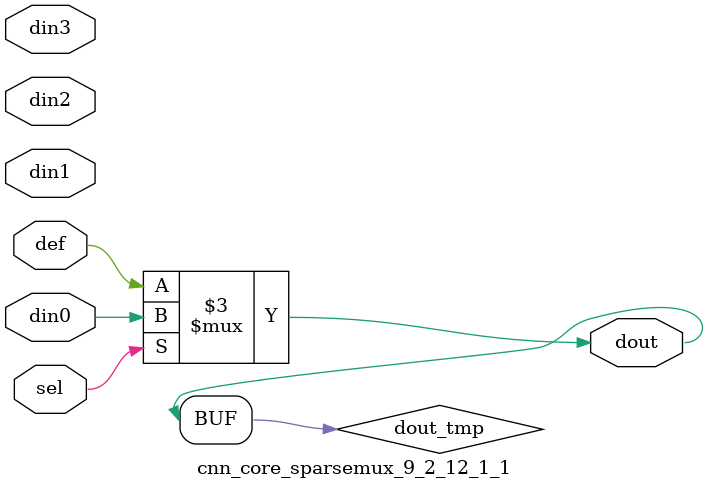
<source format=v>
`timescale 1ns / 1ps

module cnn_core_sparsemux_9_2_12_1_1 (din0,din1,din2,din3,def,sel,dout);

parameter din0_WIDTH = 1;

parameter din1_WIDTH = 1;

parameter din2_WIDTH = 1;

parameter din3_WIDTH = 1;

parameter def_WIDTH = 1;
parameter sel_WIDTH = 1;
parameter dout_WIDTH = 1;

parameter [sel_WIDTH-1:0] CASE0 = 1;

parameter [sel_WIDTH-1:0] CASE1 = 1;

parameter [sel_WIDTH-1:0] CASE2 = 1;

parameter [sel_WIDTH-1:0] CASE3 = 1;

parameter ID = 1;
parameter NUM_STAGE = 1;



input [din0_WIDTH-1:0] din0;

input [din1_WIDTH-1:0] din1;

input [din2_WIDTH-1:0] din2;

input [din3_WIDTH-1:0] din3;

input [def_WIDTH-1:0] def;
input [sel_WIDTH-1:0] sel;

output [dout_WIDTH-1:0] dout;



reg [dout_WIDTH-1:0] dout_tmp;

always @ (*) begin
case (sel)
    
    CASE0 : dout_tmp = din0;
    
    CASE1 : dout_tmp = din1;
    
    CASE2 : dout_tmp = din2;
    
    CASE3 : dout_tmp = din3;
    
    default : dout_tmp = def;
endcase
end


assign dout = dout_tmp;



endmodule

</source>
